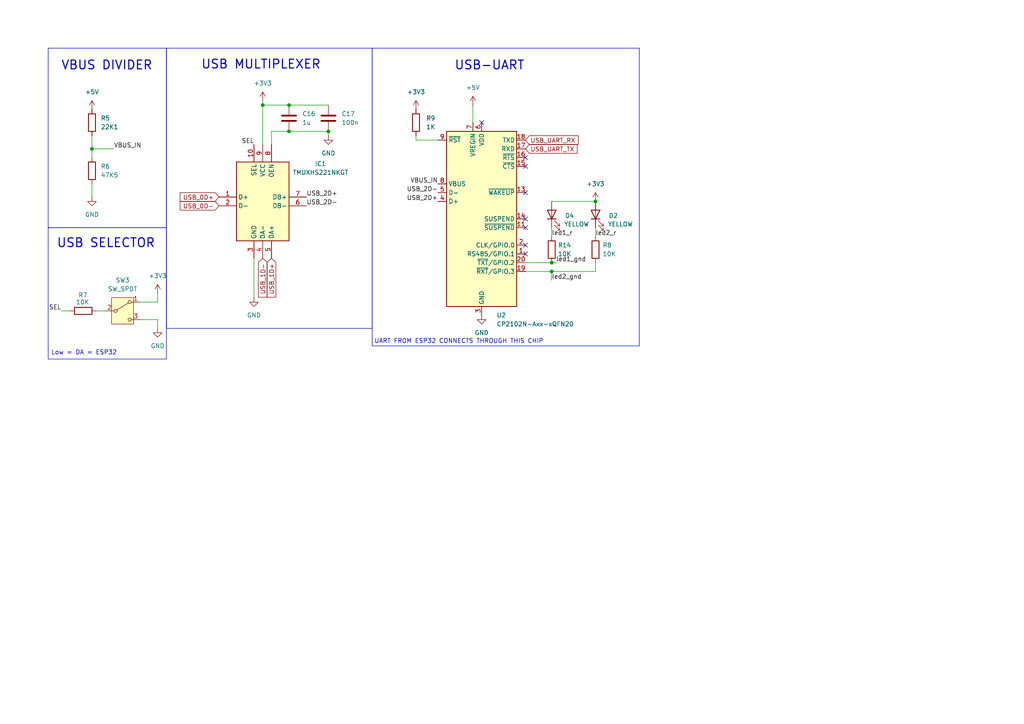
<source format=kicad_sch>
(kicad_sch
	(version 20250114)
	(generator "eeschema")
	(generator_version "9.0")
	(uuid "09ef3928-1fb6-4097-a7cc-614c2889b170")
	(paper "A4")
	(lib_symbols
		(symbol "Device:C"
			(pin_numbers
				(hide yes)
			)
			(pin_names
				(offset 0.254)
			)
			(exclude_from_sim no)
			(in_bom yes)
			(on_board yes)
			(property "Reference" "C"
				(at 0.635 2.54 0)
				(effects
					(font
						(size 1.27 1.27)
					)
					(justify left)
				)
			)
			(property "Value" "C"
				(at 0.635 -2.54 0)
				(effects
					(font
						(size 1.27 1.27)
					)
					(justify left)
				)
			)
			(property "Footprint" ""
				(at 0.9652 -3.81 0)
				(effects
					(font
						(size 1.27 1.27)
					)
					(hide yes)
				)
			)
			(property "Datasheet" "~"
				(at 0 0 0)
				(effects
					(font
						(size 1.27 1.27)
					)
					(hide yes)
				)
			)
			(property "Description" "Unpolarized capacitor"
				(at 0 0 0)
				(effects
					(font
						(size 1.27 1.27)
					)
					(hide yes)
				)
			)
			(property "ki_keywords" "cap capacitor"
				(at 0 0 0)
				(effects
					(font
						(size 1.27 1.27)
					)
					(hide yes)
				)
			)
			(property "ki_fp_filters" "C_*"
				(at 0 0 0)
				(effects
					(font
						(size 1.27 1.27)
					)
					(hide yes)
				)
			)
			(symbol "C_0_1"
				(polyline
					(pts
						(xy -2.032 0.762) (xy 2.032 0.762)
					)
					(stroke
						(width 0.508)
						(type default)
					)
					(fill
						(type none)
					)
				)
				(polyline
					(pts
						(xy -2.032 -0.762) (xy 2.032 -0.762)
					)
					(stroke
						(width 0.508)
						(type default)
					)
					(fill
						(type none)
					)
				)
			)
			(symbol "C_1_1"
				(pin passive line
					(at 0 3.81 270)
					(length 2.794)
					(name "~"
						(effects
							(font
								(size 1.27 1.27)
							)
						)
					)
					(number "1"
						(effects
							(font
								(size 1.27 1.27)
							)
						)
					)
				)
				(pin passive line
					(at 0 -3.81 90)
					(length 2.794)
					(name "~"
						(effects
							(font
								(size 1.27 1.27)
							)
						)
					)
					(number "2"
						(effects
							(font
								(size 1.27 1.27)
							)
						)
					)
				)
			)
			(embedded_fonts no)
		)
		(symbol "Device:LED"
			(pin_numbers
				(hide yes)
			)
			(pin_names
				(offset 1.016)
				(hide yes)
			)
			(exclude_from_sim no)
			(in_bom yes)
			(on_board yes)
			(property "Reference" "D"
				(at 0 2.54 0)
				(effects
					(font
						(size 1.27 1.27)
					)
				)
			)
			(property "Value" "LED"
				(at 0 -2.54 0)
				(effects
					(font
						(size 1.27 1.27)
					)
				)
			)
			(property "Footprint" ""
				(at 0 0 0)
				(effects
					(font
						(size 1.27 1.27)
					)
					(hide yes)
				)
			)
			(property "Datasheet" "~"
				(at 0 0 0)
				(effects
					(font
						(size 1.27 1.27)
					)
					(hide yes)
				)
			)
			(property "Description" "Light emitting diode"
				(at 0 0 0)
				(effects
					(font
						(size 1.27 1.27)
					)
					(hide yes)
				)
			)
			(property "ki_keywords" "LED diode"
				(at 0 0 0)
				(effects
					(font
						(size 1.27 1.27)
					)
					(hide yes)
				)
			)
			(property "ki_fp_filters" "LED* LED_SMD:* LED_THT:*"
				(at 0 0 0)
				(effects
					(font
						(size 1.27 1.27)
					)
					(hide yes)
				)
			)
			(symbol "LED_0_1"
				(polyline
					(pts
						(xy -3.048 -0.762) (xy -4.572 -2.286) (xy -3.81 -2.286) (xy -4.572 -2.286) (xy -4.572 -1.524)
					)
					(stroke
						(width 0)
						(type default)
					)
					(fill
						(type none)
					)
				)
				(polyline
					(pts
						(xy -1.778 -0.762) (xy -3.302 -2.286) (xy -2.54 -2.286) (xy -3.302 -2.286) (xy -3.302 -1.524)
					)
					(stroke
						(width 0)
						(type default)
					)
					(fill
						(type none)
					)
				)
				(polyline
					(pts
						(xy -1.27 0) (xy 1.27 0)
					)
					(stroke
						(width 0)
						(type default)
					)
					(fill
						(type none)
					)
				)
				(polyline
					(pts
						(xy -1.27 -1.27) (xy -1.27 1.27)
					)
					(stroke
						(width 0.254)
						(type default)
					)
					(fill
						(type none)
					)
				)
				(polyline
					(pts
						(xy 1.27 -1.27) (xy 1.27 1.27) (xy -1.27 0) (xy 1.27 -1.27)
					)
					(stroke
						(width 0.254)
						(type default)
					)
					(fill
						(type none)
					)
				)
			)
			(symbol "LED_1_1"
				(pin passive line
					(at -3.81 0 0)
					(length 2.54)
					(name "K"
						(effects
							(font
								(size 1.27 1.27)
							)
						)
					)
					(number "1"
						(effects
							(font
								(size 1.27 1.27)
							)
						)
					)
				)
				(pin passive line
					(at 3.81 0 180)
					(length 2.54)
					(name "A"
						(effects
							(font
								(size 1.27 1.27)
							)
						)
					)
					(number "2"
						(effects
							(font
								(size 1.27 1.27)
							)
						)
					)
				)
			)
			(embedded_fonts no)
		)
		(symbol "Device:R"
			(pin_numbers
				(hide yes)
			)
			(pin_names
				(offset 0)
			)
			(exclude_from_sim no)
			(in_bom yes)
			(on_board yes)
			(property "Reference" "R"
				(at 2.032 0 90)
				(effects
					(font
						(size 1.27 1.27)
					)
				)
			)
			(property "Value" "R"
				(at 0 0 90)
				(effects
					(font
						(size 1.27 1.27)
					)
				)
			)
			(property "Footprint" ""
				(at -1.778 0 90)
				(effects
					(font
						(size 1.27 1.27)
					)
					(hide yes)
				)
			)
			(property "Datasheet" "~"
				(at 0 0 0)
				(effects
					(font
						(size 1.27 1.27)
					)
					(hide yes)
				)
			)
			(property "Description" "Resistor"
				(at 0 0 0)
				(effects
					(font
						(size 1.27 1.27)
					)
					(hide yes)
				)
			)
			(property "ki_keywords" "R res resistor"
				(at 0 0 0)
				(effects
					(font
						(size 1.27 1.27)
					)
					(hide yes)
				)
			)
			(property "ki_fp_filters" "R_*"
				(at 0 0 0)
				(effects
					(font
						(size 1.27 1.27)
					)
					(hide yes)
				)
			)
			(symbol "R_0_1"
				(rectangle
					(start -1.016 -2.54)
					(end 1.016 2.54)
					(stroke
						(width 0.254)
						(type default)
					)
					(fill
						(type none)
					)
				)
			)
			(symbol "R_1_1"
				(pin passive line
					(at 0 3.81 270)
					(length 1.27)
					(name "~"
						(effects
							(font
								(size 1.27 1.27)
							)
						)
					)
					(number "1"
						(effects
							(font
								(size 1.27 1.27)
							)
						)
					)
				)
				(pin passive line
					(at 0 -3.81 90)
					(length 1.27)
					(name "~"
						(effects
							(font
								(size 1.27 1.27)
							)
						)
					)
					(number "2"
						(effects
							(font
								(size 1.27 1.27)
							)
						)
					)
				)
			)
			(embedded_fonts no)
		)
		(symbol "Interface_USB:CP2102N-Axx-xQFN20"
			(exclude_from_sim no)
			(in_bom yes)
			(on_board yes)
			(property "Reference" "U"
				(at -8.89 26.67 0)
				(effects
					(font
						(size 1.27 1.27)
					)
				)
			)
			(property "Value" "CP2102N-Axx-xQFN20"
				(at 12.7 26.67 0)
				(effects
					(font
						(size 1.27 1.27)
					)
				)
			)
			(property "Footprint" "Package_DFN_QFN:SiliconLabs_QFN-20-1EP_3x3mm_P0.5mm"
				(at 31.75 -26.67 0)
				(effects
					(font
						(size 1.27 1.27)
					)
					(hide yes)
				)
			)
			(property "Datasheet" "https://www.silabs.com/documents/public/data-sheets/cp2102n-datasheet.pdf"
				(at 1.27 -19.05 0)
				(effects
					(font
						(size 1.27 1.27)
					)
					(hide yes)
				)
			)
			(property "Description" "USB to UART master bridge, QFN-20"
				(at 0 0 0)
				(effects
					(font
						(size 1.27 1.27)
					)
					(hide yes)
				)
			)
			(property "ki_keywords" "USB UART bridge"
				(at 0 0 0)
				(effects
					(font
						(size 1.27 1.27)
					)
					(hide yes)
				)
			)
			(property "ki_fp_filters" "SiliconLabs*QFN*3x3mm*P0.5mm*"
				(at 0 0 0)
				(effects
					(font
						(size 1.27 1.27)
					)
					(hide yes)
				)
			)
			(symbol "CP2102N-Axx-xQFN20_0_1"
				(rectangle
					(start -10.16 25.4)
					(end 10.16 -25.4)
					(stroke
						(width 0.254)
						(type default)
					)
					(fill
						(type background)
					)
				)
			)
			(symbol "CP2102N-Axx-xQFN20_1_1"
				(pin input line
					(at -12.7 22.86 0)
					(length 2.54)
					(name "~{RST}"
						(effects
							(font
								(size 1.27 1.27)
							)
						)
					)
					(number "9"
						(effects
							(font
								(size 1.27 1.27)
							)
						)
					)
				)
				(pin input line
					(at -12.7 10.16 0)
					(length 2.54)
					(name "VBUS"
						(effects
							(font
								(size 1.27 1.27)
							)
						)
					)
					(number "8"
						(effects
							(font
								(size 1.27 1.27)
							)
						)
					)
				)
				(pin bidirectional line
					(at -12.7 7.62 0)
					(length 2.54)
					(name "D-"
						(effects
							(font
								(size 1.27 1.27)
							)
						)
					)
					(number "5"
						(effects
							(font
								(size 1.27 1.27)
							)
						)
					)
				)
				(pin bidirectional line
					(at -12.7 5.08 0)
					(length 2.54)
					(name "D+"
						(effects
							(font
								(size 1.27 1.27)
							)
						)
					)
					(number "4"
						(effects
							(font
								(size 1.27 1.27)
							)
						)
					)
				)
				(pin no_connect line
					(at -10.16 -22.86 0)
					(length 2.54)
					(hide yes)
					(name "NC"
						(effects
							(font
								(size 1.27 1.27)
							)
						)
					)
					(number "10"
						(effects
							(font
								(size 1.27 1.27)
							)
						)
					)
				)
				(pin power_in line
					(at -2.54 27.94 270)
					(length 2.54)
					(name "VREGIN"
						(effects
							(font
								(size 1.27 1.27)
							)
						)
					)
					(number "7"
						(effects
							(font
								(size 1.27 1.27)
							)
						)
					)
				)
				(pin power_in line
					(at 0 27.94 270)
					(length 2.54)
					(name "VDD"
						(effects
							(font
								(size 1.27 1.27)
							)
						)
					)
					(number "6"
						(effects
							(font
								(size 1.27 1.27)
							)
						)
					)
				)
				(pin passive line
					(at 0 -27.94 90)
					(length 2.54)
					(hide yes)
					(name "GND"
						(effects
							(font
								(size 1.27 1.27)
							)
						)
					)
					(number "12"
						(effects
							(font
								(size 1.27 1.27)
							)
						)
					)
				)
				(pin passive line
					(at 0 -27.94 90)
					(length 2.54)
					(hide yes)
					(name "GND"
						(effects
							(font
								(size 1.27 1.27)
							)
						)
					)
					(number "21"
						(effects
							(font
								(size 1.27 1.27)
							)
						)
					)
				)
				(pin power_in line
					(at 0 -27.94 90)
					(length 2.54)
					(name "GND"
						(effects
							(font
								(size 1.27 1.27)
							)
						)
					)
					(number "3"
						(effects
							(font
								(size 1.27 1.27)
							)
						)
					)
				)
				(pin output line
					(at 12.7 22.86 180)
					(length 2.54)
					(name "TXD"
						(effects
							(font
								(size 1.27 1.27)
							)
						)
					)
					(number "18"
						(effects
							(font
								(size 1.27 1.27)
							)
						)
					)
				)
				(pin input line
					(at 12.7 20.32 180)
					(length 2.54)
					(name "RXD"
						(effects
							(font
								(size 1.27 1.27)
							)
						)
					)
					(number "17"
						(effects
							(font
								(size 1.27 1.27)
							)
						)
					)
				)
				(pin output line
					(at 12.7 17.78 180)
					(length 2.54)
					(name "~{RTS}"
						(effects
							(font
								(size 1.27 1.27)
							)
						)
					)
					(number "16"
						(effects
							(font
								(size 1.27 1.27)
							)
						)
					)
				)
				(pin input line
					(at 12.7 15.24 180)
					(length 2.54)
					(name "~{CTS}"
						(effects
							(font
								(size 1.27 1.27)
							)
						)
					)
					(number "15"
						(effects
							(font
								(size 1.27 1.27)
							)
						)
					)
				)
				(pin input line
					(at 12.7 7.62 180)
					(length 2.54)
					(name "~{WAKEUP}"
						(effects
							(font
								(size 1.27 1.27)
							)
						)
					)
					(number "13"
						(effects
							(font
								(size 1.27 1.27)
							)
						)
					)
				)
				(pin output line
					(at 12.7 0 180)
					(length 2.54)
					(name "SUSPEND"
						(effects
							(font
								(size 1.27 1.27)
							)
						)
					)
					(number "14"
						(effects
							(font
								(size 1.27 1.27)
							)
						)
					)
				)
				(pin output line
					(at 12.7 -2.54 180)
					(length 2.54)
					(name "~{SUSPEND}"
						(effects
							(font
								(size 1.27 1.27)
							)
						)
					)
					(number "11"
						(effects
							(font
								(size 1.27 1.27)
							)
						)
					)
				)
				(pin bidirectional line
					(at 12.7 -7.62 180)
					(length 2.54)
					(name "CLK/GPIO.0"
						(effects
							(font
								(size 1.27 1.27)
							)
						)
					)
					(number "2"
						(effects
							(font
								(size 1.27 1.27)
							)
						)
					)
				)
				(pin bidirectional line
					(at 12.7 -10.16 180)
					(length 2.54)
					(name "RS485/GPIO.1"
						(effects
							(font
								(size 1.27 1.27)
							)
						)
					)
					(number "1"
						(effects
							(font
								(size 1.27 1.27)
							)
						)
					)
				)
				(pin bidirectional line
					(at 12.7 -12.7 180)
					(length 2.54)
					(name "~{TXT}/GPIO.2"
						(effects
							(font
								(size 1.27 1.27)
							)
						)
					)
					(number "20"
						(effects
							(font
								(size 1.27 1.27)
							)
						)
					)
				)
				(pin bidirectional line
					(at 12.7 -15.24 180)
					(length 2.54)
					(name "~{RXT}/GPIO.3"
						(effects
							(font
								(size 1.27 1.27)
							)
						)
					)
					(number "19"
						(effects
							(font
								(size 1.27 1.27)
							)
						)
					)
				)
			)
			(embedded_fonts no)
		)
		(symbol "Switch:SW_SPDT"
			(pin_names
				(offset 0)
				(hide yes)
			)
			(exclude_from_sim no)
			(in_bom yes)
			(on_board yes)
			(property "Reference" "SW"
				(at 0 5.08 0)
				(effects
					(font
						(size 1.27 1.27)
					)
				)
			)
			(property "Value" "SW_SPDT"
				(at 0 -5.08 0)
				(effects
					(font
						(size 1.27 1.27)
					)
				)
			)
			(property "Footprint" ""
				(at 0 0 0)
				(effects
					(font
						(size 1.27 1.27)
					)
					(hide yes)
				)
			)
			(property "Datasheet" "~"
				(at 0 -7.62 0)
				(effects
					(font
						(size 1.27 1.27)
					)
					(hide yes)
				)
			)
			(property "Description" "Switch, single pole double throw"
				(at 0 0 0)
				(effects
					(font
						(size 1.27 1.27)
					)
					(hide yes)
				)
			)
			(property "ki_keywords" "switch single-pole double-throw spdt ON-ON"
				(at 0 0 0)
				(effects
					(font
						(size 1.27 1.27)
					)
					(hide yes)
				)
			)
			(symbol "SW_SPDT_0_1"
				(circle
					(center -2.032 0)
					(radius 0.4572)
					(stroke
						(width 0)
						(type default)
					)
					(fill
						(type none)
					)
				)
				(polyline
					(pts
						(xy -1.651 0.254) (xy 1.651 2.286)
					)
					(stroke
						(width 0)
						(type default)
					)
					(fill
						(type none)
					)
				)
				(circle
					(center 2.032 2.54)
					(radius 0.4572)
					(stroke
						(width 0)
						(type default)
					)
					(fill
						(type none)
					)
				)
				(circle
					(center 2.032 -2.54)
					(radius 0.4572)
					(stroke
						(width 0)
						(type default)
					)
					(fill
						(type none)
					)
				)
			)
			(symbol "SW_SPDT_1_1"
				(rectangle
					(start -3.175 3.81)
					(end 3.175 -3.81)
					(stroke
						(width 0)
						(type default)
					)
					(fill
						(type background)
					)
				)
				(pin passive line
					(at -5.08 0 0)
					(length 2.54)
					(name "B"
						(effects
							(font
								(size 1.27 1.27)
							)
						)
					)
					(number "2"
						(effects
							(font
								(size 1.27 1.27)
							)
						)
					)
				)
				(pin passive line
					(at 5.08 2.54 180)
					(length 2.54)
					(name "A"
						(effects
							(font
								(size 1.27 1.27)
							)
						)
					)
					(number "1"
						(effects
							(font
								(size 1.27 1.27)
							)
						)
					)
				)
				(pin passive line
					(at 5.08 -2.54 180)
					(length 2.54)
					(name "C"
						(effects
							(font
								(size 1.27 1.27)
							)
						)
					)
					(number "3"
						(effects
							(font
								(size 1.27 1.27)
							)
						)
					)
				)
			)
			(embedded_fonts no)
		)
		(symbol "TMUXHS221NKGT:TMUXHS221NKGT"
			(exclude_from_sim no)
			(in_bom yes)
			(on_board yes)
			(property "Reference" "IC"
				(at 21.59 15.24 0)
				(effects
					(font
						(size 1.27 1.27)
					)
					(justify left top)
				)
			)
			(property "Value" "TMUXHS221NKGT"
				(at 21.59 12.7 0)
				(effects
					(font
						(size 1.27 1.27)
					)
					(justify left top)
				)
			)
			(property "Footprint" "TMUXHS221NKGT"
				(at 21.59 -87.3 0)
				(effects
					(font
						(size 1.27 1.27)
					)
					(justify left top)
					(hide yes)
				)
			)
			(property "Datasheet" "https://www.ti.com/lit/ds/symlink/tmuxhs221.pdf?ts=1699383977872&ref_url=https%253A%252F%252Fwww.google.com%252F"
				(at 21.59 -187.3 0)
				(effects
					(font
						(size 1.27 1.27)
					)
					(justify left top)
					(hide yes)
				)
			)
			(property "Description" "Multiplexer Switch ICs USB 2.0 480-Mbps 2:1 multiplexer and 1:2 demultiplexer"
				(at 0 0 0)
				(effects
					(font
						(size 1.27 1.27)
					)
					(hide yes)
				)
			)
			(property "Height" "0.55"
				(at 21.59 -387.3 0)
				(effects
					(font
						(size 1.27 1.27)
					)
					(justify left top)
					(hide yes)
				)
			)
			(property "Mouser Part Number" "595-TMUXHS221NKGT"
				(at 21.59 -487.3 0)
				(effects
					(font
						(size 1.27 1.27)
					)
					(justify left top)
					(hide yes)
				)
			)
			(property "Mouser Price/Stock" "https://www.mouser.co.uk/ProductDetail/Texas-Instruments/TMUXHS221NKGT?qs=IPgv5n7u5Qa%252BQ9%2FRSSEqmA%3D%3D"
				(at 21.59 -587.3 0)
				(effects
					(font
						(size 1.27 1.27)
					)
					(justify left top)
					(hide yes)
				)
			)
			(property "Manufacturer_Name" "Texas Instruments"
				(at 21.59 -687.3 0)
				(effects
					(font
						(size 1.27 1.27)
					)
					(justify left top)
					(hide yes)
				)
			)
			(property "Manufacturer_Part_Number" "TMUXHS221NKGT"
				(at 21.59 -787.3 0)
				(effects
					(font
						(size 1.27 1.27)
					)
					(justify left top)
					(hide yes)
				)
			)
			(symbol "TMUXHS221NKGT_1_1"
				(rectangle
					(start 5.08 10.16)
					(end 20.32 -12.7)
					(stroke
						(width 0.254)
						(type default)
					)
					(fill
						(type background)
					)
				)
				(pin passive line
					(at 0 0 0)
					(length 5.08)
					(name "D+"
						(effects
							(font
								(size 1.27 1.27)
							)
						)
					)
					(number "1"
						(effects
							(font
								(size 1.27 1.27)
							)
						)
					)
				)
				(pin passive line
					(at 0 -2.54 0)
					(length 5.08)
					(name "D-"
						(effects
							(font
								(size 1.27 1.27)
							)
						)
					)
					(number "2"
						(effects
							(font
								(size 1.27 1.27)
							)
						)
					)
				)
				(pin passive line
					(at 10.16 15.24 270)
					(length 5.08)
					(name "SEL"
						(effects
							(font
								(size 1.27 1.27)
							)
						)
					)
					(number "10"
						(effects
							(font
								(size 1.27 1.27)
							)
						)
					)
				)
				(pin passive line
					(at 10.16 -17.78 90)
					(length 5.08)
					(name "GND"
						(effects
							(font
								(size 1.27 1.27)
							)
						)
					)
					(number "3"
						(effects
							(font
								(size 1.27 1.27)
							)
						)
					)
				)
				(pin passive line
					(at 12.7 15.24 270)
					(length 5.08)
					(name "VCC"
						(effects
							(font
								(size 1.27 1.27)
							)
						)
					)
					(number "9"
						(effects
							(font
								(size 1.27 1.27)
							)
						)
					)
				)
				(pin passive line
					(at 12.7 -17.78 90)
					(length 5.08)
					(name "DA-"
						(effects
							(font
								(size 1.27 1.27)
							)
						)
					)
					(number "4"
						(effects
							(font
								(size 1.27 1.27)
							)
						)
					)
				)
				(pin passive line
					(at 15.24 15.24 270)
					(length 5.08)
					(name "OEN"
						(effects
							(font
								(size 1.27 1.27)
							)
						)
					)
					(number "8"
						(effects
							(font
								(size 1.27 1.27)
							)
						)
					)
				)
				(pin passive line
					(at 15.24 -17.78 90)
					(length 5.08)
					(name "DA+"
						(effects
							(font
								(size 1.27 1.27)
							)
						)
					)
					(number "5"
						(effects
							(font
								(size 1.27 1.27)
							)
						)
					)
				)
				(pin passive line
					(at 25.4 0 180)
					(length 5.08)
					(name "DB+"
						(effects
							(font
								(size 1.27 1.27)
							)
						)
					)
					(number "7"
						(effects
							(font
								(size 1.27 1.27)
							)
						)
					)
				)
				(pin passive line
					(at 25.4 -2.54 180)
					(length 5.08)
					(name "DB-"
						(effects
							(font
								(size 1.27 1.27)
							)
						)
					)
					(number "6"
						(effects
							(font
								(size 1.27 1.27)
							)
						)
					)
				)
			)
			(embedded_fonts no)
		)
		(symbol "power:+3V3"
			(power)
			(pin_numbers
				(hide yes)
			)
			(pin_names
				(offset 0)
				(hide yes)
			)
			(exclude_from_sim no)
			(in_bom yes)
			(on_board yes)
			(property "Reference" "#PWR"
				(at 0 -3.81 0)
				(effects
					(font
						(size 1.27 1.27)
					)
					(hide yes)
				)
			)
			(property "Value" "+3V3"
				(at 0 3.556 0)
				(effects
					(font
						(size 1.27 1.27)
					)
				)
			)
			(property "Footprint" ""
				(at 0 0 0)
				(effects
					(font
						(size 1.27 1.27)
					)
					(hide yes)
				)
			)
			(property "Datasheet" ""
				(at 0 0 0)
				(effects
					(font
						(size 1.27 1.27)
					)
					(hide yes)
				)
			)
			(property "Description" "Power symbol creates a global label with name \"+3V3\""
				(at 0 0 0)
				(effects
					(font
						(size 1.27 1.27)
					)
					(hide yes)
				)
			)
			(property "ki_keywords" "global power"
				(at 0 0 0)
				(effects
					(font
						(size 1.27 1.27)
					)
					(hide yes)
				)
			)
			(symbol "+3V3_0_1"
				(polyline
					(pts
						(xy -0.762 1.27) (xy 0 2.54)
					)
					(stroke
						(width 0)
						(type default)
					)
					(fill
						(type none)
					)
				)
				(polyline
					(pts
						(xy 0 2.54) (xy 0.762 1.27)
					)
					(stroke
						(width 0)
						(type default)
					)
					(fill
						(type none)
					)
				)
				(polyline
					(pts
						(xy 0 0) (xy 0 2.54)
					)
					(stroke
						(width 0)
						(type default)
					)
					(fill
						(type none)
					)
				)
			)
			(symbol "+3V3_1_1"
				(pin power_in line
					(at 0 0 90)
					(length 0)
					(name "~"
						(effects
							(font
								(size 1.27 1.27)
							)
						)
					)
					(number "1"
						(effects
							(font
								(size 1.27 1.27)
							)
						)
					)
				)
			)
			(embedded_fonts no)
		)
		(symbol "power:+5V"
			(power)
			(pin_numbers
				(hide yes)
			)
			(pin_names
				(offset 0)
				(hide yes)
			)
			(exclude_from_sim no)
			(in_bom yes)
			(on_board yes)
			(property "Reference" "#PWR"
				(at 0 -3.81 0)
				(effects
					(font
						(size 1.27 1.27)
					)
					(hide yes)
				)
			)
			(property "Value" "+5V"
				(at 0 3.556 0)
				(effects
					(font
						(size 1.27 1.27)
					)
				)
			)
			(property "Footprint" ""
				(at 0 0 0)
				(effects
					(font
						(size 1.27 1.27)
					)
					(hide yes)
				)
			)
			(property "Datasheet" ""
				(at 0 0 0)
				(effects
					(font
						(size 1.27 1.27)
					)
					(hide yes)
				)
			)
			(property "Description" "Power symbol creates a global label with name \"+5V\""
				(at 0 0 0)
				(effects
					(font
						(size 1.27 1.27)
					)
					(hide yes)
				)
			)
			(property "ki_keywords" "global power"
				(at 0 0 0)
				(effects
					(font
						(size 1.27 1.27)
					)
					(hide yes)
				)
			)
			(symbol "+5V_0_1"
				(polyline
					(pts
						(xy -0.762 1.27) (xy 0 2.54)
					)
					(stroke
						(width 0)
						(type default)
					)
					(fill
						(type none)
					)
				)
				(polyline
					(pts
						(xy 0 2.54) (xy 0.762 1.27)
					)
					(stroke
						(width 0)
						(type default)
					)
					(fill
						(type none)
					)
				)
				(polyline
					(pts
						(xy 0 0) (xy 0 2.54)
					)
					(stroke
						(width 0)
						(type default)
					)
					(fill
						(type none)
					)
				)
			)
			(symbol "+5V_1_1"
				(pin power_in line
					(at 0 0 90)
					(length 0)
					(name "~"
						(effects
							(font
								(size 1.27 1.27)
							)
						)
					)
					(number "1"
						(effects
							(font
								(size 1.27 1.27)
							)
						)
					)
				)
			)
			(embedded_fonts no)
		)
		(symbol "power:GND"
			(power)
			(pin_numbers
				(hide yes)
			)
			(pin_names
				(offset 0)
				(hide yes)
			)
			(exclude_from_sim no)
			(in_bom yes)
			(on_board yes)
			(property "Reference" "#PWR"
				(at 0 -6.35 0)
				(effects
					(font
						(size 1.27 1.27)
					)
					(hide yes)
				)
			)
			(property "Value" "GND"
				(at 0 -3.81 0)
				(effects
					(font
						(size 1.27 1.27)
					)
				)
			)
			(property "Footprint" ""
				(at 0 0 0)
				(effects
					(font
						(size 1.27 1.27)
					)
					(hide yes)
				)
			)
			(property "Datasheet" ""
				(at 0 0 0)
				(effects
					(font
						(size 1.27 1.27)
					)
					(hide yes)
				)
			)
			(property "Description" "Power symbol creates a global label with name \"GND\" , ground"
				(at 0 0 0)
				(effects
					(font
						(size 1.27 1.27)
					)
					(hide yes)
				)
			)
			(property "ki_keywords" "global power"
				(at 0 0 0)
				(effects
					(font
						(size 1.27 1.27)
					)
					(hide yes)
				)
			)
			(symbol "GND_0_1"
				(polyline
					(pts
						(xy 0 0) (xy 0 -1.27) (xy 1.27 -1.27) (xy 0 -2.54) (xy -1.27 -1.27) (xy 0 -1.27)
					)
					(stroke
						(width 0)
						(type default)
					)
					(fill
						(type none)
					)
				)
			)
			(symbol "GND_1_1"
				(pin power_in line
					(at 0 0 270)
					(length 0)
					(name "~"
						(effects
							(font
								(size 1.27 1.27)
							)
						)
					)
					(number "1"
						(effects
							(font
								(size 1.27 1.27)
							)
						)
					)
				)
			)
			(embedded_fonts no)
		)
	)
	(rectangle
		(start 13.97 66.04)
		(end 48.26 104.14)
		(stroke
			(width 0)
			(type default)
		)
		(fill
			(type none)
		)
		(uuid 48403a00-0585-4692-b5e1-4a5ed95cacd5)
	)
	(rectangle
		(start 107.95 13.97)
		(end 185.42 100.33)
		(stroke
			(width 0)
			(type default)
		)
		(fill
			(type none)
		)
		(uuid 6ab3db70-3717-4e1e-b49b-940ae6d0c2bf)
	)
	(rectangle
		(start 48.26 13.97)
		(end 107.95 95.25)
		(stroke
			(width 0)
			(type default)
		)
		(fill
			(type none)
		)
		(uuid 93b99f36-8b31-4779-a093-cd5a16fee918)
	)
	(rectangle
		(start 13.97 13.97)
		(end 48.26 66.04)
		(stroke
			(width 0)
			(type default)
		)
		(fill
			(type none)
		)
		(uuid fd97f5b1-c224-41fb-928c-b552ac2f5542)
	)
	(text "VBUS DIVIDER"
		(exclude_from_sim no)
		(at 30.988 19.05 0)
		(effects
			(font
				(size 2.54 2.54)
				(thickness 0.3175)
			)
		)
		(uuid "2123e726-4d62-4bac-9db9-5d8a33f6dfb0")
	)
	(text "USB-UART\n"
		(exclude_from_sim no)
		(at 141.986 19.05 0)
		(effects
			(font
				(size 2.54 2.54)
				(thickness 0.3175)
			)
		)
		(uuid "725d63c0-e050-40bc-8ee9-2bc8b11e4fc3")
	)
	(text "USB SELECTOR"
		(exclude_from_sim no)
		(at 30.734 70.612 0)
		(effects
			(font
				(size 2.54 2.54)
				(thickness 0.3175)
			)
		)
		(uuid "7a18f33f-35c5-48a4-87e3-f698606095ee")
	)
	(text "UART FROM ESP32 CONNECTS THROUGH THIS CHIP"
		(exclude_from_sim no)
		(at 133.096 99.06 0)
		(effects
			(font
				(size 1.27 1.27)
			)
		)
		(uuid "ae5fcedd-7272-4475-86a2-1920d151a26b")
	)
	(text "Low = DA = ESP32"
		(exclude_from_sim no)
		(at 24.384 102.362 0)
		(effects
			(font
				(size 1.27 1.27)
			)
		)
		(uuid "dd1d6eda-7109-4574-aa58-1bcc80e3ee82")
	)
	(text "USB MULTIPLEXER"
		(exclude_from_sim no)
		(at 75.692 18.796 0)
		(effects
			(font
				(size 2.54 2.54)
				(thickness 0.3175)
			)
		)
		(uuid "f20799aa-6aa5-4d87-ac26-90f87889aeb2")
	)
	(junction
		(at 26.67 43.18)
		(diameter 0)
		(color 0 0 0 0)
		(uuid "154ce690-1965-4a76-b3f8-4664237be30a")
	)
	(junction
		(at 95.25 38.1)
		(diameter 0)
		(color 0 0 0 0)
		(uuid "31f3c5a8-dc7d-4f8f-a836-8616237624a5")
	)
	(junction
		(at 83.82 38.1)
		(diameter 0)
		(color 0 0 0 0)
		(uuid "39a18195-2ba7-4c88-a841-97cbaf215aec")
	)
	(junction
		(at 172.72 58.42)
		(diameter 0)
		(color 0 0 0 0)
		(uuid "7b320a3d-2736-44b8-b689-507b07bb7716")
	)
	(junction
		(at 83.82 30.48)
		(diameter 0)
		(color 0 0 0 0)
		(uuid "85b8f935-a30d-43ae-8a26-852eaebf9d8b")
	)
	(junction
		(at 160.02 78.74)
		(diameter 0)
		(color 0 0 0 0)
		(uuid "a661931e-0afc-4110-982e-7a99b023d060")
	)
	(junction
		(at 76.2 30.48)
		(diameter 0)
		(color 0 0 0 0)
		(uuid "aa2b8467-9d0d-4943-8ce3-81892e4247f0")
	)
	(junction
		(at 160.02 76.2)
		(diameter 0)
		(color 0 0 0 0)
		(uuid "b79e667a-1102-4dd3-a691-37c7a7905871")
	)
	(no_connect
		(at 139.7 35.56)
		(uuid "03ecb7bd-3daf-4f1f-9c92-e386aec4e2b9")
	)
	(no_connect
		(at 152.4 63.5)
		(uuid "44b24637-cc39-43e7-ad4c-8ffebaf06ed1")
	)
	(no_connect
		(at 152.4 48.26)
		(uuid "4a25443c-ee7f-4a2b-a4b7-a992d3d3e4a9")
	)
	(no_connect
		(at 152.4 66.04)
		(uuid "67e03f58-ba63-4a7f-8b9b-f65ad5cf6a27")
	)
	(no_connect
		(at 152.4 73.66)
		(uuid "79a2b8b3-ba88-46bf-afd3-db2d220d41ef")
	)
	(no_connect
		(at 152.4 55.88)
		(uuid "7b217bde-31e8-492c-ab6e-c125f777921f")
	)
	(no_connect
		(at 152.4 71.12)
		(uuid "96aeefa2-f2e7-43aa-bc20-9d5811e1ea89")
	)
	(no_connect
		(at 152.4 45.72)
		(uuid "d2d82f76-2133-4a0d-9f32-8a965ccdec31")
	)
	(wire
		(pts
			(xy 73.66 86.36) (xy 73.66 74.93)
		)
		(stroke
			(width 0)
			(type default)
		)
		(uuid "0b5b4880-7b56-4ecd-a46f-8a987d678a17")
	)
	(wire
		(pts
			(xy 127 40.64) (xy 120.65 40.64)
		)
		(stroke
			(width 0)
			(type default)
		)
		(uuid "0c46c1e6-cb6a-4d84-aa17-fef77b8a9cc5")
	)
	(wire
		(pts
			(xy 160.02 68.58) (xy 160.02 66.04)
		)
		(stroke
			(width 0)
			(type default)
		)
		(uuid "0e111d18-d687-4405-8f4d-e6f27115ca6a")
	)
	(wire
		(pts
			(xy 45.72 92.71) (xy 45.72 95.25)
		)
		(stroke
			(width 0)
			(type default)
		)
		(uuid "1371db6a-23d1-4ac1-81aa-c8307ca16589")
	)
	(wire
		(pts
			(xy 45.72 85.09) (xy 45.72 87.63)
		)
		(stroke
			(width 0)
			(type default)
		)
		(uuid "137a975c-1db9-4a7f-bd97-25b7a74fd382")
	)
	(wire
		(pts
			(xy 76.2 29.21) (xy 76.2 30.48)
		)
		(stroke
			(width 0)
			(type default)
		)
		(uuid "197e47c3-b521-400d-9cbc-b3c107e4dd85")
	)
	(wire
		(pts
			(xy 78.74 41.91) (xy 78.74 38.1)
		)
		(stroke
			(width 0)
			(type default)
		)
		(uuid "1a3508a9-632e-40ec-bddb-68fd50f5f698")
	)
	(wire
		(pts
			(xy 161.29 76.2) (xy 160.02 76.2)
		)
		(stroke
			(width 0)
			(type default)
		)
		(uuid "58cd2a28-8b19-4ead-a4de-9f34ae04356e")
	)
	(wire
		(pts
			(xy 40.64 87.63) (xy 45.72 87.63)
		)
		(stroke
			(width 0)
			(type default)
		)
		(uuid "5b0252df-19c4-4a27-ad29-b87324165bbe")
	)
	(wire
		(pts
			(xy 26.67 53.34) (xy 26.67 57.15)
		)
		(stroke
			(width 0)
			(type default)
		)
		(uuid "5bb0bfde-707a-41e3-8e07-1c6357be0b0e")
	)
	(wire
		(pts
			(xy 27.94 90.17) (xy 30.48 90.17)
		)
		(stroke
			(width 0)
			(type default)
		)
		(uuid "634f720e-5fec-4d3a-b261-d6beab696032")
	)
	(wire
		(pts
			(xy 76.2 30.48) (xy 83.82 30.48)
		)
		(stroke
			(width 0)
			(type default)
		)
		(uuid "63835f24-159a-4f7c-a2b7-81b516669f99")
	)
	(wire
		(pts
			(xy 40.64 92.71) (xy 45.72 92.71)
		)
		(stroke
			(width 0)
			(type default)
		)
		(uuid "63e097b1-5588-4300-a665-d8c4526d5c3d")
	)
	(wire
		(pts
			(xy 17.78 90.17) (xy 20.32 90.17)
		)
		(stroke
			(width 0)
			(type default)
		)
		(uuid "6c78c59e-0a1a-499e-b31b-87b0c6bef1cc")
	)
	(wire
		(pts
			(xy 26.67 39.37) (xy 26.67 43.18)
		)
		(stroke
			(width 0)
			(type default)
		)
		(uuid "6f1148b1-c110-4fd8-9199-f88de6f4d9af")
	)
	(wire
		(pts
			(xy 83.82 38.1) (xy 95.25 38.1)
		)
		(stroke
			(width 0)
			(type default)
		)
		(uuid "7058a37e-ce4e-48d3-8ed0-81b8a9f543f5")
	)
	(wire
		(pts
			(xy 160.02 78.74) (xy 172.72 78.74)
		)
		(stroke
			(width 0)
			(type default)
		)
		(uuid "790e1545-673e-44e3-84f3-0855896914cb")
	)
	(wire
		(pts
			(xy 152.4 78.74) (xy 160.02 78.74)
		)
		(stroke
			(width 0)
			(type default)
		)
		(uuid "79dc4c32-76e4-4466-ae6a-71d5a5d68902")
	)
	(wire
		(pts
			(xy 76.2 41.91) (xy 76.2 30.48)
		)
		(stroke
			(width 0)
			(type default)
		)
		(uuid "7ab2635a-b377-4980-99a4-d177b0a9ef5c")
	)
	(wire
		(pts
			(xy 172.72 78.74) (xy 172.72 76.2)
		)
		(stroke
			(width 0)
			(type default)
		)
		(uuid "7bee6331-3679-44ad-b623-b56014f92ef9")
	)
	(wire
		(pts
			(xy 83.82 30.48) (xy 95.25 30.48)
		)
		(stroke
			(width 0)
			(type default)
		)
		(uuid "88cbffca-4279-426d-b1db-b472c357ad93")
	)
	(wire
		(pts
			(xy 120.65 40.64) (xy 120.65 39.37)
		)
		(stroke
			(width 0)
			(type default)
		)
		(uuid "90f1a064-d686-4091-87de-d627e767aad3")
	)
	(wire
		(pts
			(xy 172.72 68.58) (xy 172.72 66.04)
		)
		(stroke
			(width 0)
			(type default)
		)
		(uuid "9b48590c-9d02-4a5f-95cd-43dc4ae9593a")
	)
	(wire
		(pts
			(xy 137.16 30.48) (xy 137.16 35.56)
		)
		(stroke
			(width 0)
			(type default)
		)
		(uuid "bc82c294-9ea2-4db9-abbb-3ab68d6bb811")
	)
	(wire
		(pts
			(xy 160.02 78.74) (xy 160.02 81.28)
		)
		(stroke
			(width 0)
			(type default)
		)
		(uuid "c08bae0b-e831-4e54-92bd-0f150eeeca0d")
	)
	(wire
		(pts
			(xy 95.25 38.1) (xy 95.25 39.37)
		)
		(stroke
			(width 0)
			(type default)
		)
		(uuid "cf92366b-632e-4755-8a54-5271d322b78a")
	)
	(wire
		(pts
			(xy 26.67 43.18) (xy 33.02 43.18)
		)
		(stroke
			(width 0)
			(type default)
		)
		(uuid "dc666338-0262-495b-b351-4419fd3b146d")
	)
	(wire
		(pts
			(xy 78.74 38.1) (xy 83.82 38.1)
		)
		(stroke
			(width 0)
			(type default)
		)
		(uuid "e3fcfec4-7680-4829-814d-e73b07b686b3")
	)
	(wire
		(pts
			(xy 160.02 58.42) (xy 172.72 58.42)
		)
		(stroke
			(width 0)
			(type default)
		)
		(uuid "ecd47417-f863-433c-b173-a03f6e8d64be")
	)
	(wire
		(pts
			(xy 26.67 43.18) (xy 26.67 45.72)
		)
		(stroke
			(width 0)
			(type default)
		)
		(uuid "eed9e85b-be95-4a54-ae65-3a02fd3a5d55")
	)
	(wire
		(pts
			(xy 152.4 76.2) (xy 160.02 76.2)
		)
		(stroke
			(width 0)
			(type default)
		)
		(uuid "fd15147d-6083-4dff-804f-762c1557e4c7")
	)
	(label "USB_2D-"
		(at 127 55.88 180)
		(effects
			(font
				(size 1.27 1.27)
			)
			(justify right bottom)
		)
		(uuid "1660fa98-3fd7-4440-af3b-73e7c2b5ad8f")
	)
	(label "SEL"
		(at 73.66 41.91 180)
		(effects
			(font
				(size 1.27 1.27)
			)
			(justify right bottom)
		)
		(uuid "42c269ca-9cf0-4e61-93bf-75a4a76111b2")
	)
	(label "SEL"
		(at 17.78 90.17 180)
		(effects
			(font
				(size 1.27 1.27)
			)
			(justify right bottom)
		)
		(uuid "4a3a368f-6761-42f4-95bb-ded9621c6330")
	)
	(label "USB_2D+"
		(at 127 58.42 180)
		(effects
			(font
				(size 1.27 1.27)
			)
			(justify right bottom)
		)
		(uuid "56143d46-8e5e-4c7f-8e75-b843bfc7f39a")
	)
	(label "USB_2D-"
		(at 88.9 59.69 0)
		(effects
			(font
				(size 1.27 1.27)
			)
			(justify left bottom)
		)
		(uuid "842fcfa8-8d29-465a-9df8-b0f328373d49")
	)
	(label "VBUS_IN"
		(at 33.02 43.18 0)
		(effects
			(font
				(size 1.27 1.27)
			)
			(justify left bottom)
		)
		(uuid "b5715732-91cc-4ccc-b863-bf63b9d8a453")
	)
	(label "USB_2D+"
		(at 88.9 57.15 0)
		(effects
			(font
				(size 1.27 1.27)
			)
			(justify left bottom)
		)
		(uuid "bffd34f7-1a59-454f-94d7-733d19c23470")
	)
	(label "led2_gnd"
		(at 160.02 81.28 0)
		(effects
			(font
				(size 1.27 1.27)
			)
			(justify left bottom)
		)
		(uuid "c5f48489-c10b-46ce-8b50-f85df26085c9")
	)
	(label "led2_r"
		(at 172.72 68.58 0)
		(effects
			(font
				(size 1.27 1.27)
			)
			(justify left bottom)
		)
		(uuid "d30d6e4b-e957-4c23-936a-57184b35ad9c")
	)
	(label "VBUS_IN"
		(at 127 53.34 180)
		(effects
			(font
				(size 1.27 1.27)
			)
			(justify right bottom)
		)
		(uuid "e18dbf11-dc4e-42fb-9c32-7225bd88e0ca")
	)
	(label "led1_gnd"
		(at 161.29 76.2 0)
		(effects
			(font
				(size 1.27 1.27)
			)
			(justify left bottom)
		)
		(uuid "f38f97c1-93f6-408f-8cdd-ea0ac0e63e01")
	)
	(label "led1_r"
		(at 160.02 68.58 0)
		(effects
			(font
				(size 1.27 1.27)
			)
			(justify left bottom)
		)
		(uuid "f81629cf-3414-4c01-acf1-13cd0fee334b")
	)
	(global_label "USB_1D-"
		(shape input)
		(at 76.2 74.93 270)
		(fields_autoplaced yes)
		(effects
			(font
				(size 1.27 1.27)
			)
			(justify right)
		)
		(uuid "207756f1-238a-4ee4-b867-374d1f4410e4")
		(property "Intersheetrefs" "${INTERSHEET_REFS}"
			(at 76.2 86.7447 90)
			(effects
				(font
					(size 1.27 1.27)
				)
				(justify right)
				(hide yes)
			)
		)
	)
	(global_label "USB_0D-"
		(shape input)
		(at 63.5 59.69 180)
		(fields_autoplaced yes)
		(effects
			(font
				(size 1.27 1.27)
			)
			(justify right)
		)
		(uuid "684085e7-9c7c-4b8a-8df1-17428b85c2fb")
		(property "Intersheetrefs" "${INTERSHEET_REFS}"
			(at 51.6853 59.69 0)
			(effects
				(font
					(size 1.27 1.27)
				)
				(justify right)
				(hide yes)
			)
		)
	)
	(global_label "USB_UART_RX"
		(shape input)
		(at 152.4 40.64 0)
		(fields_autoplaced yes)
		(effects
			(font
				(size 1.27 1.27)
			)
			(justify left)
		)
		(uuid "794135cf-1189-4415-a63e-0e72a7046b2d")
		(property "Intersheetrefs" "${INTERSHEET_REFS}"
			(at 168.2666 40.64 0)
			(effects
				(font
					(size 1.27 1.27)
				)
				(justify left)
				(hide yes)
			)
		)
	)
	(global_label "USB_UART_TX"
		(shape input)
		(at 152.4 43.18 0)
		(fields_autoplaced yes)
		(effects
			(font
				(size 1.27 1.27)
			)
			(justify left)
		)
		(uuid "b659a592-e6d4-4e26-a913-6a0ae55efa14")
		(property "Intersheetrefs" "${INTERSHEET_REFS}"
			(at 167.9642 43.18 0)
			(effects
				(font
					(size 1.27 1.27)
				)
				(justify left)
				(hide yes)
			)
		)
	)
	(global_label "USB_0D+"
		(shape input)
		(at 63.5 57.15 180)
		(fields_autoplaced yes)
		(effects
			(font
				(size 1.27 1.27)
			)
			(justify right)
		)
		(uuid "f1e98cb9-4431-45ff-b8ab-b39b07ea56a6")
		(property "Intersheetrefs" "${INTERSHEET_REFS}"
			(at 51.6853 57.15 0)
			(effects
				(font
					(size 1.27 1.27)
				)
				(justify right)
				(hide yes)
			)
		)
	)
	(global_label "USB_1D+"
		(shape input)
		(at 78.74 74.93 270)
		(fields_autoplaced yes)
		(effects
			(font
				(size 1.27 1.27)
			)
			(justify right)
		)
		(uuid "faeeabe0-68fc-4c5d-b655-0ca35b115e2d")
		(property "Intersheetrefs" "${INTERSHEET_REFS}"
			(at 78.74 86.7447 90)
			(effects
				(font
					(size 1.27 1.27)
				)
				(justify right)
				(hide yes)
			)
		)
	)
	(symbol
		(lib_id "Device:R")
		(at 160.02 72.39 0)
		(unit 1)
		(exclude_from_sim no)
		(in_bom yes)
		(on_board yes)
		(dnp no)
		(uuid "09a967a9-bdd9-4a46-9703-612ff09a5d0a")
		(property "Reference" "R14"
			(at 161.798 71.12 0)
			(effects
				(font
					(size 1.27 1.27)
				)
				(justify left)
			)
		)
		(property "Value" "10K"
			(at 161.798 73.66 0)
			(effects
				(font
					(size 1.27 1.27)
				)
				(justify left)
			)
		)
		(property "Footprint" "Resistor_SMD:R_0402_1005Metric"
			(at 158.242 72.39 90)
			(effects
				(font
					(size 1.27 1.27)
				)
				(hide yes)
			)
		)
		(property "Datasheet" "~"
			(at 160.02 72.39 0)
			(effects
				(font
					(size 1.27 1.27)
				)
				(hide yes)
			)
		)
		(property "Description" "Resistor"
			(at 160.02 72.39 0)
			(effects
				(font
					(size 1.27 1.27)
				)
				(hide yes)
			)
		)
		(pin "2"
			(uuid "997cb47b-b061-4dc7-85b1-a2e81c636819")
		)
		(pin "1"
			(uuid "a7ce0036-fc01-442a-aedd-46d6d094543f")
		)
		(instances
			(project "ESP_32_proj"
				(path "/5f183e49-6485-4265-aa7e-a6e2883c44fe/843fe7c2-d26f-497c-afa9-b2acf6a11ffd"
					(reference "R14")
					(unit 1)
				)
			)
		)
	)
	(symbol
		(lib_id "power:+5V")
		(at 26.67 31.75 0)
		(unit 1)
		(exclude_from_sim no)
		(in_bom yes)
		(on_board yes)
		(dnp no)
		(fields_autoplaced yes)
		(uuid "133bea54-00b4-45f1-b7c4-acbf5106a919")
		(property "Reference" "#PWR020"
			(at 26.67 35.56 0)
			(effects
				(font
					(size 1.27 1.27)
				)
				(hide yes)
			)
		)
		(property "Value" "+5V"
			(at 26.67 26.67 0)
			(effects
				(font
					(size 1.27 1.27)
				)
			)
		)
		(property "Footprint" ""
			(at 26.67 31.75 0)
			(effects
				(font
					(size 1.27 1.27)
				)
				(hide yes)
			)
		)
		(property "Datasheet" ""
			(at 26.67 31.75 0)
			(effects
				(font
					(size 1.27 1.27)
				)
				(hide yes)
			)
		)
		(property "Description" "Power symbol creates a global label with name \"+5V\""
			(at 26.67 31.75 0)
			(effects
				(font
					(size 1.27 1.27)
				)
				(hide yes)
			)
		)
		(pin "1"
			(uuid "42c4c350-c38e-4381-9865-dd8dc12705fa")
		)
		(instances
			(project "ESP_32_proj"
				(path "/5f183e49-6485-4265-aa7e-a6e2883c44fe/843fe7c2-d26f-497c-afa9-b2acf6a11ffd"
					(reference "#PWR020")
					(unit 1)
				)
			)
		)
	)
	(symbol
		(lib_id "power:+3V3")
		(at 172.72 58.42 0)
		(unit 1)
		(exclude_from_sim no)
		(in_bom yes)
		(on_board yes)
		(dnp no)
		(fields_autoplaced yes)
		(uuid "13c11544-a43f-4395-a7d7-036154c6d3ca")
		(property "Reference" "#PWR042"
			(at 172.72 62.23 0)
			(effects
				(font
					(size 1.27 1.27)
				)
				(hide yes)
			)
		)
		(property "Value" "+3V3"
			(at 172.72 53.34 0)
			(effects
				(font
					(size 1.27 1.27)
				)
			)
		)
		(property "Footprint" ""
			(at 172.72 58.42 0)
			(effects
				(font
					(size 1.27 1.27)
				)
				(hide yes)
			)
		)
		(property "Datasheet" ""
			(at 172.72 58.42 0)
			(effects
				(font
					(size 1.27 1.27)
				)
				(hide yes)
			)
		)
		(property "Description" "Power symbol creates a global label with name \"+3V3\""
			(at 172.72 58.42 0)
			(effects
				(font
					(size 1.27 1.27)
				)
				(hide yes)
			)
		)
		(pin "1"
			(uuid "8dcf93d3-cc40-40ea-a8a0-41246f280493")
		)
		(instances
			(project "ESP_32_proj"
				(path "/5f183e49-6485-4265-aa7e-a6e2883c44fe/843fe7c2-d26f-497c-afa9-b2acf6a11ffd"
					(reference "#PWR042")
					(unit 1)
				)
			)
		)
	)
	(symbol
		(lib_id "Device:R")
		(at 26.67 35.56 0)
		(unit 1)
		(exclude_from_sim no)
		(in_bom yes)
		(on_board yes)
		(dnp no)
		(fields_autoplaced yes)
		(uuid "1983008f-d831-4fc4-a27b-afedce2021d0")
		(property "Reference" "R5"
			(at 29.21 34.2899 0)
			(effects
				(font
					(size 1.27 1.27)
				)
				(justify left)
			)
		)
		(property "Value" "22K1"
			(at 29.21 36.8299 0)
			(effects
				(font
					(size 1.27 1.27)
				)
				(justify left)
			)
		)
		(property "Footprint" "Resistor_SMD:R_0402_1005Metric"
			(at 24.892 35.56 90)
			(effects
				(font
					(size 1.27 1.27)
				)
				(hide yes)
			)
		)
		(property "Datasheet" "~"
			(at 26.67 35.56 0)
			(effects
				(font
					(size 1.27 1.27)
				)
				(hide yes)
			)
		)
		(property "Description" "Resistor"
			(at 26.67 35.56 0)
			(effects
				(font
					(size 1.27 1.27)
				)
				(hide yes)
			)
		)
		(pin "2"
			(uuid "87da5f11-1ec4-4bde-933c-9f946191a340")
		)
		(pin "1"
			(uuid "1d234e4c-c706-404e-93a4-2f29fddfd0ae")
		)
		(instances
			(project "ESP_32_proj"
				(path "/5f183e49-6485-4265-aa7e-a6e2883c44fe/843fe7c2-d26f-497c-afa9-b2acf6a11ffd"
					(reference "R5")
					(unit 1)
				)
			)
		)
	)
	(symbol
		(lib_id "TMUXHS221NKGT:TMUXHS221NKGT")
		(at 63.5 57.15 0)
		(unit 1)
		(exclude_from_sim no)
		(in_bom yes)
		(on_board yes)
		(dnp no)
		(uuid "20cce18d-c6b5-4ada-bc23-ee56faf04ae9")
		(property "Reference" "IC1"
			(at 92.964 47.498 0)
			(effects
				(font
					(size 1.27 1.27)
				)
			)
		)
		(property "Value" "TMUXHS221NKGT"
			(at 92.964 50.038 0)
			(effects
				(font
					(size 1.27 1.27)
				)
			)
		)
		(property "Footprint" "KiCad_usb_switch:TMUXHS221NKGT"
			(at 85.09 144.45 0)
			(effects
				(font
					(size 1.27 1.27)
				)
				(justify left top)
				(hide yes)
			)
		)
		(property "Datasheet" "https://www.ti.com/lit/ds/symlink/tmuxhs221.pdf?ts=1699383977872&ref_url=https%253A%252F%252Fwww.google.com%252F"
			(at 85.09 244.45 0)
			(effects
				(font
					(size 1.27 1.27)
				)
				(justify left top)
				(hide yes)
			)
		)
		(property "Description" "Multiplexer Switch ICs USB 2.0 480-Mbps 2:1 multiplexer and 1:2 demultiplexer"
			(at 63.5 57.15 0)
			(effects
				(font
					(size 1.27 1.27)
				)
				(hide yes)
			)
		)
		(property "Height" "0.55"
			(at 85.09 444.45 0)
			(effects
				(font
					(size 1.27 1.27)
				)
				(justify left top)
				(hide yes)
			)
		)
		(property "Mouser Part Number" "595-TMUXHS221NKGT"
			(at 85.09 544.45 0)
			(effects
				(font
					(size 1.27 1.27)
				)
				(justify left top)
				(hide yes)
			)
		)
		(property "Mouser Price/Stock" "https://www.mouser.co.uk/ProductDetail/Texas-Instruments/TMUXHS221NKGT?qs=IPgv5n7u5Qa%252BQ9%2FRSSEqmA%3D%3D"
			(at 85.09 644.45 0)
			(effects
				(font
					(size 1.27 1.27)
				)
				(justify left top)
				(hide yes)
			)
		)
		(property "Manufacturer_Name" "Texas Instruments"
			(at 85.09 744.45 0)
			(effects
				(font
					(size 1.27 1.27)
				)
				(justify left top)
				(hide yes)
			)
		)
		(property "Manufacturer_Part_Number" "TMUXHS221NKGT"
			(at 85.09 844.45 0)
			(effects
				(font
					(size 1.27 1.27)
				)
				(justify left top)
				(hide yes)
			)
		)
		(pin "2"
			(uuid "3d01f6e3-4402-437e-a75f-76d82a983526")
		)
		(pin "1"
			(uuid "a6df479f-bb3c-4372-8b40-f7c5fd999f28")
		)
		(pin "4"
			(uuid "0dd12758-bcef-4357-98db-986b922e3b85")
		)
		(pin "5"
			(uuid "b82a4c68-b73a-4c1a-9fcd-65ce0879a68d")
		)
		(pin "6"
			(uuid "25182823-f921-4958-98c9-b86609870dc9")
		)
		(pin "7"
			(uuid "fb4b5398-cd30-4b5f-b311-011d88209478")
		)
		(pin "8"
			(uuid "1fe9d077-9310-466f-a4c2-b019c101d060")
		)
		(pin "9"
			(uuid "0bd32e99-875c-4953-a4ac-4a1ced6139e1")
		)
		(pin "10"
			(uuid "98faad94-0968-4e99-be8b-dfa512440370")
		)
		(pin "3"
			(uuid "8da2f3a0-b02f-4581-a630-9f76d9597510")
		)
		(instances
			(project ""
				(path "/5f183e49-6485-4265-aa7e-a6e2883c44fe/843fe7c2-d26f-497c-afa9-b2acf6a11ffd"
					(reference "IC1")
					(unit 1)
				)
			)
		)
	)
	(symbol
		(lib_id "power:GND")
		(at 95.25 39.37 0)
		(unit 1)
		(exclude_from_sim no)
		(in_bom yes)
		(on_board yes)
		(dnp no)
		(fields_autoplaced yes)
		(uuid "29d78838-3c8e-48eb-8297-571800d17fbe")
		(property "Reference" "#PWR023"
			(at 95.25 45.72 0)
			(effects
				(font
					(size 1.27 1.27)
				)
				(hide yes)
			)
		)
		(property "Value" "GND"
			(at 95.25 44.45 0)
			(effects
				(font
					(size 1.27 1.27)
				)
			)
		)
		(property "Footprint" ""
			(at 95.25 39.37 0)
			(effects
				(font
					(size 1.27 1.27)
				)
				(hide yes)
			)
		)
		(property "Datasheet" ""
			(at 95.25 39.37 0)
			(effects
				(font
					(size 1.27 1.27)
				)
				(hide yes)
			)
		)
		(property "Description" "Power symbol creates a global label with name \"GND\" , ground"
			(at 95.25 39.37 0)
			(effects
				(font
					(size 1.27 1.27)
				)
				(hide yes)
			)
		)
		(pin "1"
			(uuid "044c0f26-bca3-4ab5-89cd-28aad190d967")
		)
		(instances
			(project "ESP_32_proj"
				(path "/5f183e49-6485-4265-aa7e-a6e2883c44fe/843fe7c2-d26f-497c-afa9-b2acf6a11ffd"
					(reference "#PWR023")
					(unit 1)
				)
			)
		)
	)
	(symbol
		(lib_id "power:GND")
		(at 73.66 86.36 0)
		(unit 1)
		(exclude_from_sim no)
		(in_bom yes)
		(on_board yes)
		(dnp no)
		(fields_autoplaced yes)
		(uuid "3168799c-2ce4-4413-8d03-0402126d328a")
		(property "Reference" "#PWR022"
			(at 73.66 92.71 0)
			(effects
				(font
					(size 1.27 1.27)
				)
				(hide yes)
			)
		)
		(property "Value" "GND"
			(at 73.66 91.44 0)
			(effects
				(font
					(size 1.27 1.27)
				)
			)
		)
		(property "Footprint" ""
			(at 73.66 86.36 0)
			(effects
				(font
					(size 1.27 1.27)
				)
				(hide yes)
			)
		)
		(property "Datasheet" ""
			(at 73.66 86.36 0)
			(effects
				(font
					(size 1.27 1.27)
				)
				(hide yes)
			)
		)
		(property "Description" "Power symbol creates a global label with name \"GND\" , ground"
			(at 73.66 86.36 0)
			(effects
				(font
					(size 1.27 1.27)
				)
				(hide yes)
			)
		)
		(pin "1"
			(uuid "57e1b84f-3f71-4124-8ae0-55afec50584b")
		)
		(instances
			(project "ESP_32_proj"
				(path "/5f183e49-6485-4265-aa7e-a6e2883c44fe/843fe7c2-d26f-497c-afa9-b2acf6a11ffd"
					(reference "#PWR022")
					(unit 1)
				)
			)
		)
	)
	(symbol
		(lib_id "Device:R")
		(at 24.13 90.17 90)
		(unit 1)
		(exclude_from_sim no)
		(in_bom yes)
		(on_board yes)
		(dnp no)
		(uuid "31cf1b8c-4523-48d9-aece-f25c2a369d7f")
		(property "Reference" "R7"
			(at 25.4 85.598 90)
			(effects
				(font
					(size 1.27 1.27)
				)
				(justify left)
			)
		)
		(property "Value" "10K"
			(at 25.908 87.63 90)
			(effects
				(font
					(size 1.27 1.27)
				)
				(justify left)
			)
		)
		(property "Footprint" "Resistor_SMD:R_0402_1005Metric"
			(at 24.13 91.948 90)
			(effects
				(font
					(size 1.27 1.27)
				)
				(hide yes)
			)
		)
		(property "Datasheet" "~"
			(at 24.13 90.17 0)
			(effects
				(font
					(size 1.27 1.27)
				)
				(hide yes)
			)
		)
		(property "Description" "Resistor"
			(at 24.13 90.17 0)
			(effects
				(font
					(size 1.27 1.27)
				)
				(hide yes)
			)
		)
		(pin "2"
			(uuid "c6614e21-e00f-4a21-a104-eca11f19cd52")
		)
		(pin "1"
			(uuid "4e82f915-aebb-4618-824b-2a83f8fbc289")
		)
		(instances
			(project "ESP_32_proj"
				(path "/5f183e49-6485-4265-aa7e-a6e2883c44fe/843fe7c2-d26f-497c-afa9-b2acf6a11ffd"
					(reference "R7")
					(unit 1)
				)
			)
		)
	)
	(symbol
		(lib_id "Device:C")
		(at 95.25 34.29 0)
		(unit 1)
		(exclude_from_sim no)
		(in_bom yes)
		(on_board yes)
		(dnp no)
		(fields_autoplaced yes)
		(uuid "3e2dc06a-2b14-4dec-8b3c-d0581451d1fd")
		(property "Reference" "C17"
			(at 99.06 33.0199 0)
			(effects
				(font
					(size 1.27 1.27)
				)
				(justify left)
			)
		)
		(property "Value" "100n"
			(at 99.06 35.5599 0)
			(effects
				(font
					(size 1.27 1.27)
				)
				(justify left)
			)
		)
		(property "Footprint" "Capacitor_SMD:C_0402_1005Metric"
			(at 96.2152 38.1 0)
			(effects
				(font
					(size 1.27 1.27)
				)
				(hide yes)
			)
		)
		(property "Datasheet" "~"
			(at 95.25 34.29 0)
			(effects
				(font
					(size 1.27 1.27)
				)
				(hide yes)
			)
		)
		(property "Description" "Unpolarized capacitor"
			(at 95.25 34.29 0)
			(effects
				(font
					(size 1.27 1.27)
				)
				(hide yes)
			)
		)
		(pin "2"
			(uuid "1dbfa033-be13-4dd2-ae86-59b56a33bfaa")
		)
		(pin "1"
			(uuid "ae703d0c-2550-4c2d-a828-6a9debab453b")
		)
		(instances
			(project "ESP_32_proj"
				(path "/5f183e49-6485-4265-aa7e-a6e2883c44fe/843fe7c2-d26f-497c-afa9-b2acf6a11ffd"
					(reference "C17")
					(unit 1)
				)
			)
		)
	)
	(symbol
		(lib_id "Interface_USB:CP2102N-Axx-xQFN20")
		(at 139.7 63.5 0)
		(unit 1)
		(exclude_from_sim no)
		(in_bom yes)
		(on_board yes)
		(dnp no)
		(uuid "430e01cd-4110-40d3-ad93-bb51f907c111")
		(property "Reference" "U2"
			(at 144.018 91.44 0)
			(effects
				(font
					(size 1.27 1.27)
				)
				(justify left)
			)
		)
		(property "Value" "CP2102N-Axx-xQFN20"
			(at 144.018 93.98 0)
			(effects
				(font
					(size 1.27 1.27)
				)
				(justify left)
			)
		)
		(property "Footprint" "Package_DFN_QFN:QFN-20-1EP_3x3mm_P0.4mm_EP1.65x1.65mm"
			(at 171.45 90.17 0)
			(effects
				(font
					(size 1.27 1.27)
				)
				(hide yes)
			)
		)
		(property "Datasheet" "https://www.silabs.com/documents/public/data-sheets/cp2102n-datasheet.pdf"
			(at 140.97 82.55 0)
			(effects
				(font
					(size 1.27 1.27)
				)
				(hide yes)
			)
		)
		(property "Description" "USB to UART master bridge, QFN-20"
			(at 139.7 63.5 0)
			(effects
				(font
					(size 1.27 1.27)
				)
				(hide yes)
			)
		)
		(pin "13"
			(uuid "98968baf-317c-4a22-9f81-6a4614fd64d7")
		)
		(pin "11"
			(uuid "584e474c-86ca-4ed6-9951-25cacfc0cd5e")
		)
		(pin "19"
			(uuid "f873bf50-ff1d-4313-8077-e366b66b0ab5")
		)
		(pin "9"
			(uuid "06c60783-ef7a-4261-b311-b1341b7c95b0")
		)
		(pin "1"
			(uuid "555edc49-7062-475e-9e99-bf90719ef6e5")
		)
		(pin "17"
			(uuid "4bf7eb33-ceee-4ecf-be51-1e6e6aaab03c")
		)
		(pin "8"
			(uuid "cbbc4964-840c-4ae8-91aa-c0c486d16a3b")
		)
		(pin "21"
			(uuid "2aaf5533-7a28-4b69-b7ed-bc6d6f95b63b")
		)
		(pin "2"
			(uuid "b9451cfe-886e-4167-b12c-199bc4cf71fe")
		)
		(pin "15"
			(uuid "efe9a79f-574b-4dd3-8783-bfd4b3156cab")
		)
		(pin "18"
			(uuid "627a9d0f-e0ff-4c6c-8794-cb1a786cc90f")
		)
		(pin "12"
			(uuid "0214003d-97d5-4805-be6f-df2f4c44788f")
		)
		(pin "20"
			(uuid "e54c6c5d-8219-4915-8a61-9c9372ea1fa3")
		)
		(pin "7"
			(uuid "28cafd47-18c9-4a8a-a13a-d5fc56af2df9")
		)
		(pin "3"
			(uuid "08d02471-27fb-4d99-97ba-df35db103224")
		)
		(pin "5"
			(uuid "115e986a-9d20-4052-9180-f1517a45efa3")
		)
		(pin "16"
			(uuid "286aae9d-f498-441d-beea-86f46947567c")
		)
		(pin "6"
			(uuid "141f015e-394a-4173-8fd5-b53a07edc3ef")
		)
		(pin "14"
			(uuid "69282f90-25a6-41b0-9350-ad0655410ab9")
		)
		(pin "4"
			(uuid "75d91ebd-e862-4985-a88c-5e78c8a0fa15")
		)
		(pin "10"
			(uuid "c31ac914-d5fe-4b15-ad3a-bcea51a4890c")
		)
		(instances
			(project "ESP_32_proj"
				(path "/5f183e49-6485-4265-aa7e-a6e2883c44fe/843fe7c2-d26f-497c-afa9-b2acf6a11ffd"
					(reference "U2")
					(unit 1)
				)
			)
		)
	)
	(symbol
		(lib_id "power:+3V3")
		(at 120.65 31.75 0)
		(unit 1)
		(exclude_from_sim no)
		(in_bom yes)
		(on_board yes)
		(dnp no)
		(fields_autoplaced yes)
		(uuid "48f3dc78-7814-40b0-850a-f487edc70940")
		(property "Reference" "#PWR025"
			(at 120.65 35.56 0)
			(effects
				(font
					(size 1.27 1.27)
				)
				(hide yes)
			)
		)
		(property "Value" "+3V3"
			(at 120.65 26.67 0)
			(effects
				(font
					(size 1.27 1.27)
				)
			)
		)
		(property "Footprint" ""
			(at 120.65 31.75 0)
			(effects
				(font
					(size 1.27 1.27)
				)
				(hide yes)
			)
		)
		(property "Datasheet" ""
			(at 120.65 31.75 0)
			(effects
				(font
					(size 1.27 1.27)
				)
				(hide yes)
			)
		)
		(property "Description" "Power symbol creates a global label with name \"+3V3\""
			(at 120.65 31.75 0)
			(effects
				(font
					(size 1.27 1.27)
				)
				(hide yes)
			)
		)
		(pin "1"
			(uuid "6d4a65e1-681c-417a-b409-9caa9056408b")
		)
		(instances
			(project "ESP_32_proj"
				(path "/5f183e49-6485-4265-aa7e-a6e2883c44fe/843fe7c2-d26f-497c-afa9-b2acf6a11ffd"
					(reference "#PWR025")
					(unit 1)
				)
			)
		)
	)
	(symbol
		(lib_id "power:GND")
		(at 45.72 95.25 0)
		(unit 1)
		(exclude_from_sim no)
		(in_bom yes)
		(on_board yes)
		(dnp no)
		(fields_autoplaced yes)
		(uuid "5957b710-8f23-466d-87c1-94f3a2ef7590")
		(property "Reference" "#PWR041"
			(at 45.72 101.6 0)
			(effects
				(font
					(size 1.27 1.27)
				)
				(hide yes)
			)
		)
		(property "Value" "GND"
			(at 45.72 100.33 0)
			(effects
				(font
					(size 1.27 1.27)
				)
			)
		)
		(property "Footprint" ""
			(at 45.72 95.25 0)
			(effects
				(font
					(size 1.27 1.27)
				)
				(hide yes)
			)
		)
		(property "Datasheet" ""
			(at 45.72 95.25 0)
			(effects
				(font
					(size 1.27 1.27)
				)
				(hide yes)
			)
		)
		(property "Description" "Power symbol creates a global label with name \"GND\" , ground"
			(at 45.72 95.25 0)
			(effects
				(font
					(size 1.27 1.27)
				)
				(hide yes)
			)
		)
		(pin "1"
			(uuid "67eb4a07-8899-4e01-8dae-1bb210abe6b4")
		)
		(instances
			(project "ESP_32_proj"
				(path "/5f183e49-6485-4265-aa7e-a6e2883c44fe/843fe7c2-d26f-497c-afa9-b2acf6a11ffd"
					(reference "#PWR041")
					(unit 1)
				)
			)
		)
	)
	(symbol
		(lib_id "power:GND")
		(at 139.7 91.44 0)
		(unit 1)
		(exclude_from_sim no)
		(in_bom yes)
		(on_board yes)
		(dnp no)
		(fields_autoplaced yes)
		(uuid "5a6029fe-65f2-470b-9558-1c417aac0665")
		(property "Reference" "#PWR027"
			(at 139.7 97.79 0)
			(effects
				(font
					(size 1.27 1.27)
				)
				(hide yes)
			)
		)
		(property "Value" "GND"
			(at 139.7 96.52 0)
			(effects
				(font
					(size 1.27 1.27)
				)
			)
		)
		(property "Footprint" ""
			(at 139.7 91.44 0)
			(effects
				(font
					(size 1.27 1.27)
				)
				(hide yes)
			)
		)
		(property "Datasheet" ""
			(at 139.7 91.44 0)
			(effects
				(font
					(size 1.27 1.27)
				)
				(hide yes)
			)
		)
		(property "Description" "Power symbol creates a global label with name \"GND\" , ground"
			(at 139.7 91.44 0)
			(effects
				(font
					(size 1.27 1.27)
				)
				(hide yes)
			)
		)
		(pin "1"
			(uuid "c70c1848-44aa-4056-ad50-b5276b99e6e3")
		)
		(instances
			(project "ESP_32_proj"
				(path "/5f183e49-6485-4265-aa7e-a6e2883c44fe/843fe7c2-d26f-497c-afa9-b2acf6a11ffd"
					(reference "#PWR027")
					(unit 1)
				)
			)
		)
	)
	(symbol
		(lib_id "Device:C")
		(at 83.82 34.29 0)
		(unit 1)
		(exclude_from_sim no)
		(in_bom yes)
		(on_board yes)
		(dnp no)
		(fields_autoplaced yes)
		(uuid "6c0f50f6-4415-4825-9f3b-5a54ae592554")
		(property "Reference" "C16"
			(at 87.63 33.0199 0)
			(effects
				(font
					(size 1.27 1.27)
				)
				(justify left)
			)
		)
		(property "Value" "1u"
			(at 87.63 35.5599 0)
			(effects
				(font
					(size 1.27 1.27)
				)
				(justify left)
			)
		)
		(property "Footprint" "Capacitor_SMD:C_0402_1005Metric"
			(at 84.7852 38.1 0)
			(effects
				(font
					(size 1.27 1.27)
				)
				(hide yes)
			)
		)
		(property "Datasheet" "~"
			(at 83.82 34.29 0)
			(effects
				(font
					(size 1.27 1.27)
				)
				(hide yes)
			)
		)
		(property "Description" "Unpolarized capacitor"
			(at 83.82 34.29 0)
			(effects
				(font
					(size 1.27 1.27)
				)
				(hide yes)
			)
		)
		(pin "2"
			(uuid "6ea7d62a-b431-48cf-b8ab-3b79556d273e")
		)
		(pin "1"
			(uuid "96c9cd59-eb8c-45d4-8f17-60c774f6d642")
		)
		(instances
			(project "ESP_32_proj"
				(path "/5f183e49-6485-4265-aa7e-a6e2883c44fe/843fe7c2-d26f-497c-afa9-b2acf6a11ffd"
					(reference "C16")
					(unit 1)
				)
			)
		)
	)
	(symbol
		(lib_id "power:GND")
		(at 26.67 57.15 0)
		(unit 1)
		(exclude_from_sim no)
		(in_bom yes)
		(on_board yes)
		(dnp no)
		(fields_autoplaced yes)
		(uuid "718ff3dd-9458-49df-b780-f0ebf000befb")
		(property "Reference" "#PWR021"
			(at 26.67 63.5 0)
			(effects
				(font
					(size 1.27 1.27)
				)
				(hide yes)
			)
		)
		(property "Value" "GND"
			(at 26.67 62.23 0)
			(effects
				(font
					(size 1.27 1.27)
				)
			)
		)
		(property "Footprint" ""
			(at 26.67 57.15 0)
			(effects
				(font
					(size 1.27 1.27)
				)
				(hide yes)
			)
		)
		(property "Datasheet" ""
			(at 26.67 57.15 0)
			(effects
				(font
					(size 1.27 1.27)
				)
				(hide yes)
			)
		)
		(property "Description" "Power symbol creates a global label with name \"GND\" , ground"
			(at 26.67 57.15 0)
			(effects
				(font
					(size 1.27 1.27)
				)
				(hide yes)
			)
		)
		(pin "1"
			(uuid "d74ae16f-aa38-4ebd-93a5-542a383d80b0")
		)
		(instances
			(project "ESP_32_proj"
				(path "/5f183e49-6485-4265-aa7e-a6e2883c44fe/843fe7c2-d26f-497c-afa9-b2acf6a11ffd"
					(reference "#PWR021")
					(unit 1)
				)
			)
		)
	)
	(symbol
		(lib_id "Switch:SW_SPDT")
		(at 35.56 90.17 0)
		(unit 1)
		(exclude_from_sim no)
		(in_bom yes)
		(on_board yes)
		(dnp no)
		(fields_autoplaced yes)
		(uuid "92baf398-77c1-4079-b9fc-106c8f1a4d02")
		(property "Reference" "SW3"
			(at 35.56 81.28 0)
			(effects
				(font
					(size 1.27 1.27)
				)
			)
		)
		(property "Value" "SW_SPDT"
			(at 35.56 83.82 0)
			(effects
				(font
					(size 1.27 1.27)
				)
			)
		)
		(property "Footprint" "Button_Switch_SMD:SW_SPDT_PCM12"
			(at 35.56 90.17 0)
			(effects
				(font
					(size 1.27 1.27)
				)
				(hide yes)
			)
		)
		(property "Datasheet" "~"
			(at 35.56 97.79 0)
			(effects
				(font
					(size 1.27 1.27)
				)
				(hide yes)
			)
		)
		(property "Description" "Switch, single pole double throw"
			(at 35.56 90.17 0)
			(effects
				(font
					(size 1.27 1.27)
				)
				(hide yes)
			)
		)
		(pin "1"
			(uuid "5782739c-92a1-46a1-b35c-dff9379aa97e")
		)
		(pin "2"
			(uuid "56eb7df1-4f1e-43a6-8434-dd864be26bae")
		)
		(pin "3"
			(uuid "28ff40f2-d165-45bd-ab25-49205dec32c9")
		)
		(instances
			(project ""
				(path "/5f183e49-6485-4265-aa7e-a6e2883c44fe/843fe7c2-d26f-497c-afa9-b2acf6a11ffd"
					(reference "SW3")
					(unit 1)
				)
			)
		)
	)
	(symbol
		(lib_id "Device:LED")
		(at 172.72 62.23 90)
		(unit 1)
		(exclude_from_sim no)
		(in_bom yes)
		(on_board yes)
		(dnp no)
		(uuid "b693a37c-07bc-49f1-b955-5b49257e44bd")
		(property "Reference" "D2"
			(at 176.53 62.5474 90)
			(effects
				(font
					(size 1.27 1.27)
				)
				(justify right)
			)
		)
		(property "Value" "YELLOW"
			(at 176.276 65.024 90)
			(effects
				(font
					(size 1.27 1.27)
				)
				(justify right)
			)
		)
		(property "Footprint" "LED_SMD:LED_0402_1005Metric"
			(at 172.72 62.23 0)
			(effects
				(font
					(size 1.27 1.27)
				)
				(hide yes)
			)
		)
		(property "Datasheet" "~"
			(at 172.72 62.23 0)
			(effects
				(font
					(size 1.27 1.27)
				)
				(hide yes)
			)
		)
		(property "Description" "Light emitting diode"
			(at 172.72 62.23 0)
			(effects
				(font
					(size 1.27 1.27)
				)
				(hide yes)
			)
		)
		(pin "1"
			(uuid "231aa705-55ce-4434-995c-93a7201c7ad1")
		)
		(pin "2"
			(uuid "d1a064c2-1085-42e4-8d66-b870a1bf2e94")
		)
		(instances
			(project "ESP_32_proj"
				(path "/5f183e49-6485-4265-aa7e-a6e2883c44fe/843fe7c2-d26f-497c-afa9-b2acf6a11ffd"
					(reference "D2")
					(unit 1)
				)
			)
		)
	)
	(symbol
		(lib_id "power:+5V")
		(at 137.16 30.48 0)
		(unit 1)
		(exclude_from_sim no)
		(in_bom yes)
		(on_board yes)
		(dnp no)
		(fields_autoplaced yes)
		(uuid "b6c83ae2-4b4f-4fcb-8cd5-3b58b2845b71")
		(property "Reference" "#PWR026"
			(at 137.16 34.29 0)
			(effects
				(font
					(size 1.27 1.27)
				)
				(hide yes)
			)
		)
		(property "Value" "+5V"
			(at 137.16 25.4 0)
			(effects
				(font
					(size 1.27 1.27)
				)
			)
		)
		(property "Footprint" ""
			(at 137.16 30.48 0)
			(effects
				(font
					(size 1.27 1.27)
				)
				(hide yes)
			)
		)
		(property "Datasheet" ""
			(at 137.16 30.48 0)
			(effects
				(font
					(size 1.27 1.27)
				)
				(hide yes)
			)
		)
		(property "Description" "Power symbol creates a global label with name \"+5V\""
			(at 137.16 30.48 0)
			(effects
				(font
					(size 1.27 1.27)
				)
				(hide yes)
			)
		)
		(pin "1"
			(uuid "44054da8-f0d6-4b5b-b790-ceff8ead091f")
		)
		(instances
			(project "ESP_32_proj"
				(path "/5f183e49-6485-4265-aa7e-a6e2883c44fe/843fe7c2-d26f-497c-afa9-b2acf6a11ffd"
					(reference "#PWR026")
					(unit 1)
				)
			)
		)
	)
	(symbol
		(lib_id "power:+3V3")
		(at 45.72 85.09 0)
		(unit 1)
		(exclude_from_sim no)
		(in_bom yes)
		(on_board yes)
		(dnp no)
		(fields_autoplaced yes)
		(uuid "bb506777-d37c-44a5-97f4-36fae6a5a641")
		(property "Reference" "#PWR040"
			(at 45.72 88.9 0)
			(effects
				(font
					(size 1.27 1.27)
				)
				(hide yes)
			)
		)
		(property "Value" "+3V3"
			(at 45.72 80.01 0)
			(effects
				(font
					(size 1.27 1.27)
				)
			)
		)
		(property "Footprint" ""
			(at 45.72 85.09 0)
			(effects
				(font
					(size 1.27 1.27)
				)
				(hide yes)
			)
		)
		(property "Datasheet" ""
			(at 45.72 85.09 0)
			(effects
				(font
					(size 1.27 1.27)
				)
				(hide yes)
			)
		)
		(property "Description" "Power symbol creates a global label with name \"+3V3\""
			(at 45.72 85.09 0)
			(effects
				(font
					(size 1.27 1.27)
				)
				(hide yes)
			)
		)
		(pin "1"
			(uuid "46de5e9b-6058-44c1-ad71-78a4116340f9")
		)
		(instances
			(project "ESP_32_proj"
				(path "/5f183e49-6485-4265-aa7e-a6e2883c44fe/843fe7c2-d26f-497c-afa9-b2acf6a11ffd"
					(reference "#PWR040")
					(unit 1)
				)
			)
		)
	)
	(symbol
		(lib_id "Device:R")
		(at 26.67 49.53 0)
		(unit 1)
		(exclude_from_sim no)
		(in_bom yes)
		(on_board yes)
		(dnp no)
		(fields_autoplaced yes)
		(uuid "bc14a34d-408d-444f-b676-7c7ed89d8447")
		(property "Reference" "R6"
			(at 29.21 48.2599 0)
			(effects
				(font
					(size 1.27 1.27)
				)
				(justify left)
			)
		)
		(property "Value" "47K5"
			(at 29.21 50.7999 0)
			(effects
				(font
					(size 1.27 1.27)
				)
				(justify left)
			)
		)
		(property "Footprint" "Resistor_SMD:R_0402_1005Metric"
			(at 24.892 49.53 90)
			(effects
				(font
					(size 1.27 1.27)
				)
				(hide yes)
			)
		)
		(property "Datasheet" "~"
			(at 26.67 49.53 0)
			(effects
				(font
					(size 1.27 1.27)
				)
				(hide yes)
			)
		)
		(property "Description" "Resistor"
			(at 26.67 49.53 0)
			(effects
				(font
					(size 1.27 1.27)
				)
				(hide yes)
			)
		)
		(pin "2"
			(uuid "eecee5ff-d83b-4bd8-ae2d-7e709472fea1")
		)
		(pin "1"
			(uuid "cbb8cb0a-db63-4046-8af5-b2be1aaf9959")
		)
		(instances
			(project "ESP_32_proj"
				(path "/5f183e49-6485-4265-aa7e-a6e2883c44fe/843fe7c2-d26f-497c-afa9-b2acf6a11ffd"
					(reference "R6")
					(unit 1)
				)
			)
		)
	)
	(symbol
		(lib_id "Device:R")
		(at 172.72 72.39 0)
		(unit 1)
		(exclude_from_sim no)
		(in_bom yes)
		(on_board yes)
		(dnp no)
		(uuid "d0284650-908a-4639-94b6-28d27061bd22")
		(property "Reference" "R8"
			(at 174.752 71.12 0)
			(effects
				(font
					(size 1.27 1.27)
				)
				(justify left)
			)
		)
		(property "Value" "10K"
			(at 174.752 73.66 0)
			(effects
				(font
					(size 1.27 1.27)
				)
				(justify left)
			)
		)
		(property "Footprint" "Resistor_SMD:R_0402_1005Metric"
			(at 170.942 72.39 90)
			(effects
				(font
					(size 1.27 1.27)
				)
				(hide yes)
			)
		)
		(property "Datasheet" "~"
			(at 172.72 72.39 0)
			(effects
				(font
					(size 1.27 1.27)
				)
				(hide yes)
			)
		)
		(property "Description" "Resistor"
			(at 172.72 72.39 0)
			(effects
				(font
					(size 1.27 1.27)
				)
				(hide yes)
			)
		)
		(pin "2"
			(uuid "0ec1799f-e100-402f-bd03-8bf725df82c8")
		)
		(pin "1"
			(uuid "899918c5-1b3a-44d0-be27-2c64992dec73")
		)
		(instances
			(project "ESP_32_proj"
				(path "/5f183e49-6485-4265-aa7e-a6e2883c44fe/843fe7c2-d26f-497c-afa9-b2acf6a11ffd"
					(reference "R8")
					(unit 1)
				)
			)
		)
	)
	(symbol
		(lib_id "Device:R")
		(at 120.65 35.56 0)
		(unit 1)
		(exclude_from_sim no)
		(in_bom yes)
		(on_board yes)
		(dnp no)
		(fields_autoplaced yes)
		(uuid "f13eb670-b421-4f19-9857-5efde4d970df")
		(property "Reference" "R9"
			(at 123.5788 34.2899 0)
			(effects
				(font
					(size 1.27 1.27)
				)
				(justify left)
			)
		)
		(property "Value" "1K"
			(at 123.5788 36.8299 0)
			(effects
				(font
					(size 1.27 1.27)
				)
				(justify left)
			)
		)
		(property "Footprint" "Resistor_SMD:R_0402_1005Metric"
			(at 118.872 35.56 90)
			(effects
				(font
					(size 1.27 1.27)
				)
				(hide yes)
			)
		)
		(property "Datasheet" "~"
			(at 120.65 35.56 0)
			(effects
				(font
					(size 1.27 1.27)
				)
				(hide yes)
			)
		)
		(property "Description" "Resistor"
			(at 120.65 35.56 0)
			(effects
				(font
					(size 1.27 1.27)
				)
				(hide yes)
			)
		)
		(pin "2"
			(uuid "adb48ee0-6910-43bd-973c-89e27d3d27da")
		)
		(pin "1"
			(uuid "a0c4350a-3ecc-4f67-ac3f-92d2d16ba4bf")
		)
		(instances
			(project "ESP_32_proj"
				(path "/5f183e49-6485-4265-aa7e-a6e2883c44fe/843fe7c2-d26f-497c-afa9-b2acf6a11ffd"
					(reference "R9")
					(unit 1)
				)
			)
		)
	)
	(symbol
		(lib_id "Device:LED")
		(at 160.02 62.23 90)
		(unit 1)
		(exclude_from_sim no)
		(in_bom yes)
		(on_board yes)
		(dnp no)
		(uuid "f9fa6fb6-dbdd-446a-8fec-d5ea3e99f04f")
		(property "Reference" "D4"
			(at 163.83 62.5474 90)
			(effects
				(font
					(size 1.27 1.27)
				)
				(justify right)
			)
		)
		(property "Value" "YELLOW"
			(at 163.576 65.024 90)
			(effects
				(font
					(size 1.27 1.27)
				)
				(justify right)
			)
		)
		(property "Footprint" "LED_SMD:LED_0402_1005Metric"
			(at 160.02 62.23 0)
			(effects
				(font
					(size 1.27 1.27)
				)
				(hide yes)
			)
		)
		(property "Datasheet" "~"
			(at 160.02 62.23 0)
			(effects
				(font
					(size 1.27 1.27)
				)
				(hide yes)
			)
		)
		(property "Description" "Light emitting diode"
			(at 160.02 62.23 0)
			(effects
				(font
					(size 1.27 1.27)
				)
				(hide yes)
			)
		)
		(pin "1"
			(uuid "b2642873-9051-4a2f-9a64-45f080fa89e3")
		)
		(pin "2"
			(uuid "6c5f8b0d-5959-43b5-b5ca-d9d84321ce5d")
		)
		(instances
			(project "ESP_32_proj"
				(path "/5f183e49-6485-4265-aa7e-a6e2883c44fe/843fe7c2-d26f-497c-afa9-b2acf6a11ffd"
					(reference "D4")
					(unit 1)
				)
			)
		)
	)
	(symbol
		(lib_id "power:+3V3")
		(at 76.2 29.21 0)
		(unit 1)
		(exclude_from_sim no)
		(in_bom yes)
		(on_board yes)
		(dnp no)
		(fields_autoplaced yes)
		(uuid "fa154c52-ce28-45b9-8c3d-6f495798e7fa")
		(property "Reference" "#PWR024"
			(at 76.2 33.02 0)
			(effects
				(font
					(size 1.27 1.27)
				)
				(hide yes)
			)
		)
		(property "Value" "+3V3"
			(at 76.2 24.13 0)
			(effects
				(font
					(size 1.27 1.27)
				)
			)
		)
		(property "Footprint" ""
			(at 76.2 29.21 0)
			(effects
				(font
					(size 1.27 1.27)
				)
				(hide yes)
			)
		)
		(property "Datasheet" ""
			(at 76.2 29.21 0)
			(effects
				(font
					(size 1.27 1.27)
				)
				(hide yes)
			)
		)
		(property "Description" "Power symbol creates a global label with name \"+3V3\""
			(at 76.2 29.21 0)
			(effects
				(font
					(size 1.27 1.27)
				)
				(hide yes)
			)
		)
		(pin "1"
			(uuid "d7a7c89a-d641-43ff-8a07-48836e7714d7")
		)
		(instances
			(project "ESP_32_proj"
				(path "/5f183e49-6485-4265-aa7e-a6e2883c44fe/843fe7c2-d26f-497c-afa9-b2acf6a11ffd"
					(reference "#PWR024")
					(unit 1)
				)
			)
		)
	)
)

</source>
